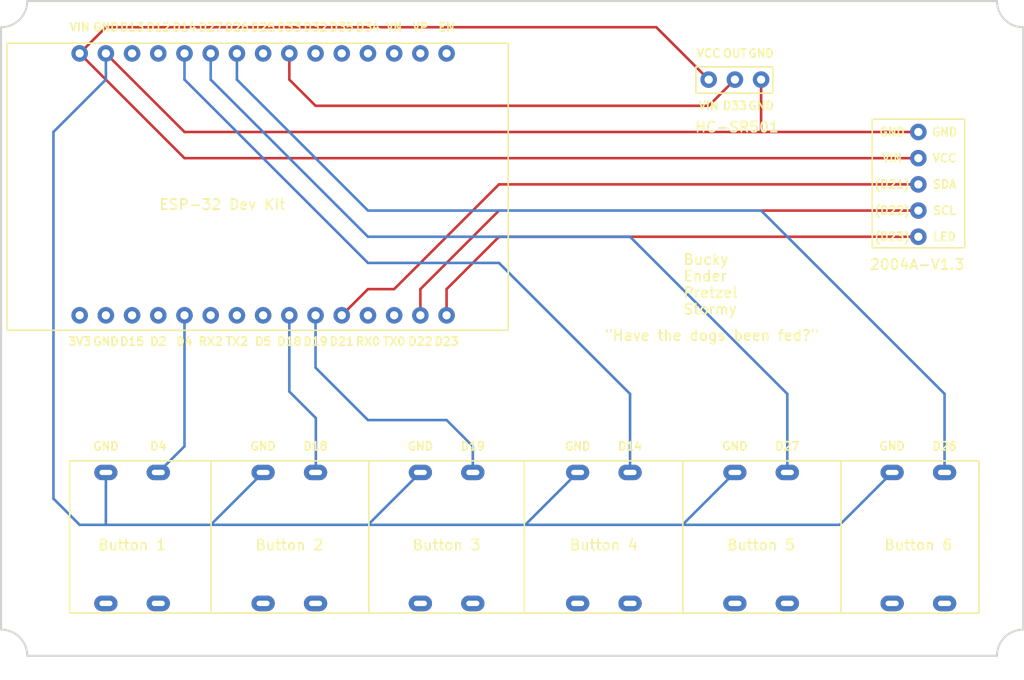
<source format=kicad_pcb>
(kicad_pcb (version 20221018) (generator pcbnew)
  (layers (0 "F.Cu" signal) (31 "B.Cu" signal) (34 "B.Paste" user) (35 "F.Paste" user) (36 "B.SilkS" user "B.Silkscreen") (37 "F.SilkS" user "F.Silkscreen") (38 "B.Mask" user) (39 "F.Mask" user) (44 "Edge.Cuts" user))
  (net 0 "")
  (footprint "Custom Footbrint Library:ButtonPin" (layer "F.Cu") (at 73.66 83.82)
    (fp_text reference " " hide)
    (fp_text value " ")
    (pad "" thru_hole oval (at 0 0 270) (size 1.5 2.25) (drill oval 0.5 1.25) (layers "*.Cu" "*.Mask"))
  )
  (footprint "" (layer "F.Cu") (at 76.2 43.18)
    (fp_text reference "" (at 0 0) (layer "F.SilkS") (effects (font (size 1.27 1.27))))
    (fp_text value "" (at 0 0) (layer "F.SilkS") (effects (font (size 1.27 1.27))))
    (pad "15" thru_hole circle (at 0 0 270) (size 1.6 1.6) (drill 0.8) (layers "*.Cu" "*.Mask"))
  )
  (footprint "" (layer "F.Cu") (at 48.26 68.58)
    (fp_text reference "" (at 0 0) (layer "F.SilkS") (effects (font (size 1.27 1.27))))
    (fp_text value "" (at 0 0) (layer "F.SilkS") (effects (font (size 1.27 1.27))))
    (pad "19" thru_hole circle (at 0 0 270) (size 1.6 1.6) (drill 0.8) (layers "*.Cu" "*.Mask"))
  )
  (footprint "" (layer "F.Cu") (at 58.42 68.58)
    (fp_text reference "" (at 0 0) (layer "F.SilkS") (effects (font (size 1.27 1.27))))
    (fp_text value "" (at 0 0) (layer "F.SilkS") (effects (font (size 1.27 1.27))))
    (pad "23" thru_hole circle (at 0 0 90) (size 1.6 1.6) (drill 0.8) (layers "*.Cu" "*.Mask"))
  )
  (footprint "" (layer "F.Cu") (at 93.98 83.82)
    (fp_text reference "" (at 0 0) (layer "F.SilkS") (effects (font (size 1.27 1.27))))
    (fp_text value "" (at 0 0) (layer "F.SilkS") (effects (font (size 1.27 1.27))))
    (pad "" thru_hole oval (at 0 0 270) (size 1.5 2.25) (drill oval 0.5 1.25) (layers "*.Cu" "*.Mask"))
  )
  (footprint "" (layer "F.Cu") (at 55.88 43.18)
    (fp_text reference "" (at 0 0) (layer "F.SilkS") (effects (font (size 1.27 1.27))))
    (fp_text value "" (at 0 0) (layer "F.SilkS") (effects (font (size 1.27 1.27))))
    (pad "7" thru_hole circle (at 0 0 270) (size 1.6 1.6) (drill 0.8) (layers "*.Cu" "*.Mask"))
  )
  (footprint "" (layer "F.Cu") (at 63.5 83.82)
    (fp_text reference "" (at 0 0) (layer "F.SilkS") (effects (font (size 1.27 1.27))))
    (fp_text value "" (at 0 0) (layer "F.SilkS") (effects (font (size 1.27 1.27))))
    (pad "" thru_hole oval (at 0 0 270) (size 1.5 2.25) (drill oval 0.5 1.25) (layers "*.Cu" "*.Mask"))
  )
  (footprint "" (layer "F.Cu") (at 121.92 50.8)
    (fp_text reference "" (at 0 0) (layer "F.SilkS") (effects (font (size 1.27 1.27))))
    (fp_text value "" (at 0 0) (layer "F.SilkS") (effects (font (size 1.27 1.27))))
    (pad "34" thru_hole circle (at 0 0 270) (size 1.6 1.6) (drill 0.8) (layers "*.Cu" "*.Mask"))
  )
  (footprint "" (layer "F.Cu") (at 104.14 45.72)
    (fp_text reference "" (at 0 0) (layer "F.SilkS") (effects (font (size 1.27 1.27))))
    (fp_text value "" (at 0 0) (layer "F.SilkS") (effects (font (size 1.27 1.27))))
    (pad "32" thru_hole circle (at 0 0 270) (size 1.6 1.6) (drill 0.8) (layers "*.Cu" "*.Mask"))
  )
  (footprint "Custom Footbrint Library:ButtonPin" (layer "F.Cu") (at 109.22 83.82)
    (fp_text reference " " hide)
    (fp_text value " ")
    (pad "" thru_hole oval (at 0 0 270) (size 1.5 2.25) (drill oval 0.5 1.25) (layers "*.Cu" "*.Mask"))
  )
  (footprint "Custom Footbrint Library:ButtonPin" (layer "F.Cu") (at 93.98 96.52)
    (fp_text reference " " hide)
    (fp_text value " ")
    (pad "" thru_hole oval (at 0 0 270) (size 1.5 2.25) (drill oval 0.5 1.25) (layers "*.Cu" "*.Mask"))
  )
  (footprint "" (layer "F.Cu") (at 104.14 96.52)
    (fp_text reference "" (at 0 0) (layer "F.SilkS") (effects (font (size 1.27 1.27))))
    (fp_text value "" (at 0 0) (layer "F.SilkS") (effects (font (size 1.27 1.27))))
    (pad "" thru_hole oval (at 0 0 270) (size 1.5 2.25) (drill oval 0.5 1.25) (layers "*.Cu" "*.Mask"))
  )
  (footprint "" (layer "F.Cu") (at 48.26 83.82)
    (fp_text reference "" (at 0 0) (layer "F.SilkS") (effects (font (size 1.27 1.27))))
    (fp_text value "" (at 0 0) (layer "F.SilkS") (effects (font (size 1.27 1.27))))
    (pad "" thru_hole oval (at 0 0 270) (size 1.5 2.25) (drill oval 0.5 1.25) (layers "*.Cu" "*.Mask"))
  )
  (footprint "" (layer "F.Cu") (at 66.04 43.18)
    (fp_text reference "" (at 0 0) (layer "F.SilkS") (effects (font (size 1.27 1.27))))
    (fp_text value "" (at 0 0) (layer "F.SilkS") (effects (font (size 1.27 1.27))))
    (pad "11" thru_hole circle (at 0 0 270) (size 1.6 1.6) (drill 0.8) (layers "*.Cu" "*.Mask"))
  )
  (footprint "" (layer "F.Cu") (at 45.72 68.58)
    (fp_text reference "" (at 0 0) (layer "F.SilkS") (effects (font (size 1.27 1.27))))
    (fp_text value "" (at 0 0) (layer "F.SilkS") (effects (font (size 1.27 1.27))))
    (pad "18" thru_hole circle (at 0 0 270) (size 1.6 1.6) (drill 0.8) (layers "*.Cu" "*.Mask"))
  )
  (footprint "" (layer "F.Cu") (at 60.96 43.18)
    (fp_text reference "" (at 0 0) (layer "F.SilkS") (effects (font (size 1.27 1.27))))
    (fp_text value "" (at 0 0) (layer "F.SilkS") (effects (font (size 1.27 1.27))))
    (pad "9" thru_hole circle (at 0 0 270) (size 1.6 1.6) (drill 0.8) (layers "*.Cu" "*.Mask"))
  )
  (footprint "" (layer "F.Cu") (at 78.74 83.82)
    (fp_text reference "" (at 0 0) (layer "F.SilkS") (effects (font (size 1.27 1.27))))
    (fp_text value "" (at 0 0) (layer "F.SilkS") (effects (font (size 1.27 1.27))))
    (pad "" thru_hole oval (at 0 0 270) (size 1.5 2.25) (drill oval 0.5 1.25) (layers "*.Cu" "*.Mask"))
  )
  (footprint "Custom Footbrint Library:ButtonPin" (layer "F.Cu") (at 63.5 83.82)
    (fp_text reference " " hide)
    (fp_text value " ")
    (pad "" thru_hole oval (at 0 0 270) (size 1.5 2.25) (drill oval 0.5 1.25) (layers "*.Cu" "*.Mask"))
  )
  (footprint "" (layer "F.Cu") (at 45.72 43.18)
    (fp_text reference "" (at 0 0) (layer "F.SilkS") (effects (font (size 1.27 1.27))))
    (fp_text value "" (at 0 0) (layer "F.SilkS") (effects (font (size 1.27 1.27))))
    (pad "3" thru_hole circle (at 0 0 270) (size 1.6 1.6) (drill 0.8) (layers "*.Cu" "*.Mask"))
  )
  (footprint "" (layer "F.Cu") (at 63.5 68.58)
    (fp_text reference "" (at 0 0) (layer "F.SilkS") (effects (font (size 1.27 1.27))))
    (fp_text value "" (at 0 0) (layer "F.SilkS") (effects (font (size 1.27 1.27))))
    (pad "25" thru_hole circle (at 0 0 90) (size 1.6 1.6) (drill 0.8) (layers "*.Cu" "*.Mask"))
  )
  (footprint "Custom Footbrint Library:ButtonPin" (layer "F.Cu") (at 58.42 96.52)
    (fp_text reference " " hide)
    (fp_text value " ")
    (pad "" thru_hole oval (at 0 0 270) (size 1.5 2.25) (drill oval 0.5 1.25) (layers "*.Cu" "*.Mask"))
  )
  (footprint "" (layer "F.Cu") (at 119.38 96.52)
    (fp_text reference "" (at 0 0) (layer "F.SilkS") (effects (font (size 1.27 1.27))))
    (fp_text value "" (at 0 0) (layer "F.SilkS") (effects (font (size 1.27 1.27))))
    (pad "" thru_hole oval (at 0 0 270) (size 1.5 2.25) (drill oval 0.5 1.25) (layers "*.Cu" "*.Mask"))
  )
  (footprint "" (layer "F.Cu") (at 58.42 43.18)
    (fp_text reference "" (at 0 0) (layer "F.SilkS") (effects (font (size 1.27 1.27))))
    (fp_text value "" (at 0 0) (layer "F.SilkS") (effects (font (size 1.27 1.27))))
    (pad "8" thru_hole circle (at 0 0 270) (size 1.6 1.6) (drill 0.8) (layers "*.Cu" "*.Mask"))
  )
  (footprint "Custom Footbrint Library:ButtonPin" (layer "F.Cu") (at 109.22 96.52)
    (fp_text reference " " hide)
    (fp_text value " ")
    (pad "" thru_hole oval (at 0 0 270) (size 1.5 2.25) (drill oval 0.5 1.25) (layers "*.Cu" "*.Mask"))
  )
  (footprint "" (layer "F.Cu") (at 53.34 68.58)
    (fp_text reference "" (at 0 0) (layer "F.SilkS") (effects (font (size 1.27 1.27))))
    (fp_text value "" (at 0 0) (layer "F.SilkS") (effects (font (size 1.27 1.27))))
    (pad "21" thru_hole circle (at 0 0 90) (size 1.6 1.6) (drill 0.8) (layers "*.Cu" "*.Mask"))
  )
  (footprint "" (layer "F.Cu") (at 50.8 68.58)
    (fp_text reference "" (at 0 0) (layer "F.SilkS") (effects (font (size 1.27 1.27))))
    (fp_text value "" (at 0 0) (layer "F.SilkS") (effects (font (size 1.27 1.27))))
    (pad "20" thru_hole circle (at 0 0 90) (size 1.6 1.6) (drill 0.8) (layers "*.Cu" "*.Mask"))
  )
  (footprint "" (layer "F.Cu") (at 106.68 45.72)
    (fp_text reference "" (at 0 0) (layer "F.SilkS") (effects (font (size 1.27 1.27))))
    (fp_text value "" (at 0 0) (layer "F.SilkS") (effects (font (size 1.27 1.27))))
    (pad "33" thru_hole circle (at 0 0 270) (size 1.6 1.6) (drill 0.8) (layers "*.Cu" "*.Mask"))
  )
  (footprint "Custom Footbrint Library:ButtonPin" (layer "F.Cu") (at 58.42 83.82)
    (fp_text reference " " hide)
    (fp_text value " ")
    (pad "" thru_hole oval (at 0 0 270) (size 1.5 2.25) (drill oval 0.5 1.25) (layers "*.Cu" "*.Mask"))
  )
  (footprint "" (layer "F.Cu") (at 40.64 43.18)
    (fp_text reference "" (at 0 0) (layer "F.SilkS") (effects (font (size 1.27 1.27))))
    (fp_text value "" (at 0 0) (layer "F.SilkS") (effects (font (size 1.27 1.27))))
    (pad "1" thru_hole circle (at 0 0 180) (size 1.6 1.6) (drill 0.8) (layers "*.Cu" "*.Mask"))
  )
  (footprint "Custom Footbrint Library:ButtonPin" (layer "F.Cu") (at 124.46 96.52)
    (fp_text reference " " hide)
    (fp_text value " ")
    (pad "" thru_hole oval (at 0 0 270) (size 1.5 2.25) (drill oval 0.5 1.25) (layers "*.Cu" "*.Mask"))
  )
  (footprint "" (layer "F.Cu") (at 88.9 96.52)
    (fp_text reference "" (at 0 0) (layer "F.SilkS") (effects (font (size 1.27 1.27))))
    (fp_text value "" (at 0 0) (layer "F.SilkS") (effects (font (size 1.27 1.27))))
    (pad "" thru_hole oval (at 0 0 270) (size 1.5 2.25) (drill oval 0.5 1.25) (layers "*.Cu" "*.Mask"))
  )
  (footprint "" (layer "F.Cu") (at 71.12 43.18)
    (fp_text reference "" (at 0 0) (layer "F.SilkS") (effects (font (size 1.27 1.27))))
    (fp_text value "" (at 0 0) (layer "F.SilkS") (effects (font (size 1.27 1.27))))
    (pad "13" thru_hole circle (at 0 0 270) (size 1.6 1.6) (drill 0.8) (layers "*.Cu" "*.Mask"))
  )
  (footprint "" (layer "F.Cu") (at 68.58 68.58)
    (fp_text reference "" (at 0 0) (layer "F.SilkS") (effects (font (size 1.27 1.27))))
    (fp_text value "" (at 0 0) (layer "F.SilkS") (effects (font (size 1.27 1.27))))
    (pad "27" thru_hole circle (at 0 0 90) (size 1.6 1.6) (drill 0.8) (layers "*.Cu" "*.Mask"))
  )
  (footprint "Custom Footbrint Library:ButtonPin" (layer "F.Cu") (at 119.38 83.82)
    (fp_text reference " " hide)
    (fp_text value " ")
    (pad "" thru_hole oval (at 0 0 270) (size 1.5 2.25) (drill oval 0.5 1.25) (layers "*.Cu" "*.Mask"))
  )
  (footprint "" (layer "F.Cu") (at 121.92 60.96)
    (fp_text reference "" (at 0 0) (layer "F.SilkS") (effects (font (size 1.27 1.27))))
    (fp_text value "" (at 0 0) (layer "F.SilkS") (effects (font (size 1.27 1.27))))
    (pad "38" thru_hole circle (at 0 0 270) (size 1.6 1.6) (drill 0.8) (layers "*.Cu" "*.Mask"))
  )
  (footprint "" (layer "F.Cu") (at 63.5 96.52)
    (fp_text reference "" (at 0 0) (layer "F.SilkS") (effects (font (size 1.27 1.27))))
    (fp_text value "" (at 0 0) (layer "F.SilkS") (effects (font (size 1.27 1.27))))
    (pad "" thru_hole oval (at 0 0 270) (size 1.5 2.25) (drill oval 0.5 1.25) (layers "*.Cu" "*.Mask"))
  )
  (footprint "Custom Footbrint Library:ButtonPin" (layer "F.Cu") (at 104.14 96.52)
    (fp_text reference " " hide)
    (fp_text value " ")
    (pad "" thru_hole oval (at 0 0 270) (size 1.5 2.25) (drill oval 0.5 1.25) (layers "*.Cu" "*.Mask"))
  )
  (footprint "" (layer "F.Cu") (at 76.2 68.58)
    (fp_text reference "" (at 0 0) (layer "F.SilkS") (effects (font (size 1.27 1.27))))
    (fp_text value "" (at 0 0) (layer "F.SilkS") (effects (font (size 1.27 1.27))))
    (pad "30" thru_hole circle (at 0 0 90) (size 1.6 1.6) (drill 0.8) (layers "*.Cu" "*.Mask"))
  )
  (footprint "" (layer "F.Cu") (at 43.18 68.58)
    (fp_text reference "" (at 0 0) (layer "F.SilkS") (effects (font (size 1.27 1.27))))
    (fp_text value "" (at 0 0) (layer "F.SilkS") (effects (font (size 1.27 1.27))))
    (pad "17" thru_hole circle (at 0 0 180) (size 1.6 1.6) (drill 0.8) (layers "*.Cu" "*.Mask"))
  )
  (footprint "" (layer "F.Cu") (at 43.18 43.18)
    (fp_text reference "" (at 0 0) (layer "F.SilkS") (effects (font (size 1.27 1.27))))
    (fp_text value "" (at 0 0) (layer "F.SilkS") (effects (font (size 1.27 1.27))))
    (pad "2" thru_hole circle (at 0 0 180) (size 1.6 1.6) (drill 0.8) (layers "*.Cu" "*.Mask"))
  )
  (footprint "" (layer "F.Cu") (at 73.66 68.58)
    (fp_text reference "" (at 0 0) (layer "F.SilkS") (effects (font (size 1.27 1.27))))
    (fp_text value "" (at 0 0) (layer "F.SilkS") (effects (font (size 1.27 1.27))))
    (pad "29" thru_hole circle (at 0 0 90) (size 1.6 1.6) (drill 0.8) (layers "*.Cu" "*.Mask"))
  )
  (footprint "" (layer "F.Cu") (at 73.66 43.18)
    (fp_text reference "" (at 0 0) (layer "F.SilkS") (effects (font (size 1.27 1.27))))
    (fp_text value "" (at 0 0) (layer "F.SilkS") (effects (font (size 1.27 1.27))))
    (pad "14" thru_hole circle (at 0 0 270) (size 1.6 1.6) (drill 0.8) (layers "*.Cu" "*.Mask"))
  )
  (footprint "Custom Footbrint Library:ButtonPin" (layer "F.Cu") (at 88.9 96.52)
    (fp_text reference " " hide)
    (fp_text value " ")
    (pad "" thru_hole oval (at 0 0 270) (size 1.5 2.25) (drill oval 0.5 1.25) (layers "*.Cu" "*.Mask"))
  )
  (footprint "" (layer "F.Cu") (at 124.46 96.52)
    (fp_text reference "" (at 0 0) (layer "F.SilkS") (effects (font (size 1.27 1.27))))
    (fp_text value "" (at 0 0) (layer "F.SilkS") (effects (font (size 1.27 1.27))))
    (pad "" thru_hole oval (at 0 0 270) (size 1.5 2.25) (drill oval 0.5 1.25) (layers "*.Cu" "*.Mask"))
  )
  (footprint "" (layer "F.Cu") (at 93.98 96.52)
    (fp_text reference "" (at 0 0) (layer "F.SilkS") (effects (font (size 1.27 1.27))))
    (fp_text value "" (at 0 0) (layer "F.SilkS") (effects (font (size 1.27 1.27))))
    (pad "" thru_hole oval (at 0 0 270) (size 1.5 2.25) (drill oval 0.5 1.25) (layers "*.Cu" "*.Mask"))
  )
  (footprint "" (layer "F.Cu") (at 55.88 68.58)
    (fp_text reference "" (at 0 0) (layer "F.SilkS") (effects (font (size 1.27 1.27))))
    (fp_text value "" (at 0 0) (layer "F.SilkS") (effects (font (size 1.27 1.27))))
    (pad "22" thru_hole circle (at 0 0 90) (size 1.6 1.6) (drill 0.8) (layers "*.Cu" "*.Mask"))
  )
  (footprint "Custom Footbrint Library:ButtonPin" (layer "F.Cu") (at 78.74 96.52)
    (fp_text reference " " hide)
    (fp_text value " ")
    (pad "" thru_hole oval (at 0 0 270) (size 1.5 2.25) (drill oval 0.5 1.25) (layers "*.Cu" "*.Mask"))
  )
  (footprint "" (layer "F.Cu") (at 48.26 96.52)
    (fp_text reference "" (at 0 0) (layer "F.SilkS") (effects (font (size 1.27 1.27))))
    (fp_text value "" (at 0 0) (layer "F.SilkS") (effects (font (size 1.27 1.27))))
    (pad "" thru_hole oval (at 0 0 270) (size 1.5 2.25) (drill oval 0.5 1.25) (layers "*.Cu" "*.Mask"))
  )
  (footprint "" (layer "F.Cu") (at 121.92 58.42)
    (fp_text reference "" (at 0 0) (layer "F.SilkS") (effects (font (size 1.27 1.27))))
    (fp_text value "" (at 0 0) (layer "F.SilkS") (effects (font (size 1.27 1.27))))
    (pad "37" thru_hole circle (at 0 0 270) (size 1.6 1.6) (drill 0.8) (layers "*.Cu" "*.Mask"))
  )
  (footprint "" (layer "F.Cu") (at 66.04 68.58)
    (fp_text reference "" (at 0 0) (layer "F.SilkS") (effects (font (size 1.27 1.27))))
    (fp_text value "" (at 0 0) (layer "F.SilkS") (effects (font (size 1.27 1.27))))
    (pad "26" thru_hole circle (at 0 0 90) (size 1.6 1.6) (drill 0.8) (layers "*.Cu" "*.Mask"))
  )
  (footprint "" (layer "F.Cu") (at 121.92 53.34)
    (fp_text reference "" (at 0 0) (layer "F.SilkS") (effects (font (size 1.27 1.27))))
    (fp_text value "" (at 0 0) (layer "F.SilkS") (effects (font (size 1.27 1.27))))
    (pad "35" thru_hole circle (at 0 0 270) (size 1.6 1.6) (drill 0.8) (layers "*.Cu" "*.Mask"))
  )
  (footprint "Custom Footbrint Library:ButtonPin" (layer "F.Cu") (at 78.74 83.82)
    (fp_text reference " " hide)
    (fp_text value " ")
    (pad "" thru_hole oval (at 0 0 270) (size 1.5 2.25) (drill oval 0.5 1.25) (layers "*.Cu" "*.Mask"))
  )
  (footprint "" (layer "F.Cu") (at 101.6 45.72)
    (fp_text reference "" (at 0 0) (layer "F.SilkS") (effects (font (size 1.27 1.27))))
    (fp_text value "" (at 0 0) (layer "F.SilkS") (effects (font (size 1.27 1.27))))
    (pad "31" thru_hole circle (at 0 0 270) (size 1.6 1.6) (drill 0.8) (layers "*.Cu" "*.Mask"))
  )
  (footprint "" (layer "F.Cu") (at 58.42 96.52)
    (fp_text reference "" (at 0 0) (layer "F.SilkS") (effects (font (size 1.27 1.27))))
    (fp_text value "" (at 0 0) (layer "F.SilkS") (effects (font (size 1.27 1.27))))
    (pad "" thru_hole oval (at 0 0 270) (size 1.5 2.25) (drill oval 0.5 1.25) (layers "*.Cu" "*.Mask"))
  )
  (footprint "Custom Footbrint Library:ButtonPin" (layer "F.Cu") (at 88.9 83.82)
    (fp_text reference " " hide)
    (fp_text value " ")
    (pad "" thru_hole oval (at 0 0 270) (size 1.5 2.25) (drill oval 0.5 1.25) (layers "*.Cu" "*.Mask"))
  )
  (footprint "" (layer "F.Cu") (at 43.18 96.52)
    (fp_text reference "" (at 0 0) (layer "F.SilkS") (effects (font (size 1.27 1.27))))
    (fp_text value "" (at 0 0) (layer "F.SilkS") (effects (font (size 1.27 1.27))))
    (pad "" thru_hole oval (at 0 0 270) (size 1.5 2.25) (drill oval 0.5 1.25) (layers "*.Cu" "*.Mask"))
  )
  (footprint "" (layer "F.Cu") (at 48.26 43.18)
    (fp_text reference "" (at 0 0) (layer "F.SilkS") (effects (font (size 1.27 1.27))))
    (fp_text value "" (at 0 0) (layer "F.SilkS") (effects (font (size 1.27 1.27))))
    (pad "4" thru_hole circle (at 0 0 270) (size 1.6 1.6) (drill 0.8) (layers "*.Cu" "*.Mask"))
  )
  (footprint "" (layer "F.Cu") (at 109.22 83.82)
    (fp_text reference "" (at 0 0) (layer "F.SilkS") (effects (font (size 1.27 1.27))))
    (fp_text value "" (at 0 0) (layer "F.SilkS") (effects (font (size 1.27 1.27))))
    (pad "" thru_hole oval (at 0 0 270) (size 1.5 2.25) (drill oval 0.5 1.25) (layers "*.Cu" "*.Mask"))
  )
  (footprint "" (layer "F.Cu") (at 63.5 43.18)
    (fp_text reference "" (at 0 0) (layer "F.SilkS") (effects (font (size 1.27 1.27))))
    (fp_text value "" (at 0 0) (layer "F.SilkS") (effects (font (size 1.27 1.27))))
    (pad "10" thru_hole circle (at 0 0 270) (size 1.6 1.6) (drill 0.8) (layers "*.Cu" "*.Mask"))
  )
  (footprint "" (layer "F.Cu") (at 124.46 83.82)
    (fp_text reference "" (at 0 0) (layer "F.SilkS") (effects (font (size 1.27 1.27))))
    (fp_text value "" (at 0 0) (layer "F.SilkS") (effects (font (size 1.27 1.27))))
    (pad "" thru_hole oval (at 0 0 270) (size 1.5 2.25) (drill oval 0.5 1.25) (layers "*.Cu" "*.Mask"))
  )
  (footprint "" (layer "F.Cu") (at 40.64 68.58)
    (fp_text reference "" (at 0 0) (layer "F.SilkS") (effects (font (size 1.27 1.27))))
    (fp_text value "" (at 0 0) (layer "F.SilkS") (effects (font (size 1.27 1.27))))
    (pad "16" thru_hole circle (at 0 0 180) (size 1.6 1.6) (drill 0.8) (layers "*.Cu" "*.Mask"))
  )
  (footprint "" (layer "F.Cu") (at 109.22 96.52)
    (fp_text reference "" (at 0 0) (layer "F.SilkS") (effects (font (size 1.27 1.27))))
    (fp_text value "" (at 0 0) (layer "F.SilkS") (effects (font (size 1.27 1.27))))
    (pad "" thru_hole oval (at 0 0 270) (size 1.5 2.25) (drill oval 0.5 1.25) (layers "*.Cu" "*.Mask"))
  )
  (footprint "Custom Footbrint Library:ButtonPin" (layer "F.Cu") (at 48.26 83.82)
    (fp_text reference " " hide)
    (fp_text value " ")
    (pad "" thru_hole oval (at 0 0 270) (size 1.5 2.25) (drill oval 0.5 1.25) (layers "*.Cu" "*.Mask"))
  )
  (footprint "" (layer "F.Cu") (at 121.92 55.88)
    (fp_text reference "" (at 0 0) (layer "F.SilkS") (effects (font (size 1.27 1.27))))
    (fp_text value "" (at 0 0) (layer "F.SilkS") (effects (font (size 1.27 1.27))))
    (pad "36" thru_hole circle (at 0 0 270) (size 1.6 1.6) (drill 0.8) (layers "*.Cu" "*.Mask"))
  )
  (footprint "Custom Footbrint Library:ButtonPin" (layer "F.Cu") (at 73.66 96.52)
    (fp_text reference " " hide)
    (fp_text value " ")
    (pad "" thru_hole oval (at 0 0 270) (size 1.5 2.25) (drill oval 0.5 1.25) (layers "*.Cu" "*.Mask"))
  )
  (footprint "" (layer "F.Cu") (at 60.96 68.58)
    (fp_text reference "" (at 0 0) (layer "F.SilkS") (effects (font (size 1.27 1.27))))
    (fp_text value "" (at 0 0) (layer "F.SilkS") (effects (font (size 1.27 1.27))))
    (pad "24" thru_hole circle (at 0 0 90) (size 1.6 1.6) (drill 0.8) (layers "*.Cu" "*.Mask"))
  )
  (footprint "Custom Footbrint Library:ButtonPin" (layer "F.Cu") (at 43.18 96.52)
    (fp_text reference " " hide)
    (fp_text value " ")
    (pad "" thru_hole oval (at 0 0 270) (size 1.5 2.25) (drill oval 0.5 1.25) (layers "*.Cu" "*.Mask"))
  )
  (footprint "Custom Footbrint Library:ButtonPin" (layer "F.Cu") (at 63.5 96.52)
    (fp_text reference " " hide)
    (fp_text value " ")
    (pad "" thru_hole oval (at 0 0 270) (size 1.5 2.25) (drill oval 0.5 1.25) (layers "*.Cu" "*.Mask"))
  )
  (footprint "" (layer "F.Cu") (at 73.66 96.52)
    (fp_text reference "" (at 0 0) (layer "F.SilkS") (effects (font (size 1.27 1.27))))
    (fp_text value "" (at 0 0) (layer "F.SilkS") (effects (font (size 1.27 1.27))))
    (pad "" thru_hole oval (at 0 0 270) (size 1.5 2.25) (drill oval 0.5 1.25) (layers "*.Cu" "*.Mask"))
  )
  (footprint "" (layer "F.Cu") (at 53.34 43.18)
    (fp_text reference "" (at 0 0) (layer "F.SilkS") (effects (font (size 1.27 1.27))))
    (fp_text value "" (at 0 0) (layer "F.SilkS") (effects (font (size 1.27 1.27))))
    (pad "6" thru_hole circle (at 0 0 270) (size 1.6 1.6) (drill 0.8) (layers "*.Cu" "*.Mask"))
  )
  (footprint "Custom Footbrint Library:ButtonPin" (layer "F.Cu") (at 119.38 96.52)
    (fp_text reference " " hide)
    (fp_text value " ")
    (pad "" thru_hole oval (at 0 0 270) (size 1.5 2.25) (drill oval 0.5 1.25) (layers "*.Cu" "*.Mask"))
  )
  (footprint "Custom Footbrint Library:ButtonPin" (layer "F.Cu") (at 48.26 96.52)
    (fp_text reference " " hide)
    (fp_text value " ")
    (pad "" thru_hole oval (at 0 0 270) (size 1.5 2.25) (drill oval 0.5 1.25) (layers "*.Cu" "*.Mask"))
  )
  (footprint "Custom Footbrint Library:ButtonPin" (layer "F.Cu") (at 124.46 83.82)
    (fp_text reference " " hide)
    (fp_text value " ")
    (pad "" thru_hole oval (at 0 0 270) (size 1.5 2.25) (drill oval 0.5 1.25) (layers "*.Cu" "*.Mask"))
  )
  (footprint "Custom Footbrint Library:ButtonPin" (layer "F.Cu") (at 93.98 83.82)
    (fp_text reference " " hide)
    (fp_text value " ")
    (pad "" thru_hole oval (at 0 0 270) (size 1.5 2.25) (drill oval 0.5 1.25) (layers "*.Cu" "*.Mask"))
  )
  (footprint "" (layer "F.Cu") (at 50.8 43.18)
    (fp_text reference "" (at 0 0) (layer "F.SilkS") (effects (font (size 1.27 1.27))))
    (fp_text value "" (at 0 0) (layer "F.SilkS") (effects (font (size 1.27 1.27))))
    (pad "5" thru_hole circle (at 0 0 270) (size 1.6 1.6) (drill 0.8) (layers "*.Cu" "*.Mask"))
  )
  (footprint "" (layer "F.Cu") (at 78.74 96.52)
    (fp_text reference "" (at 0 0) (layer "F.SilkS") (effects (font (size 1.27 1.27))))
    (fp_text value "" (at 0 0) (layer "F.SilkS") (effects (font (size 1.27 1.27))))
    (pad "" thru_hole oval (at 0 0 270) (size 1.5 2.25) (drill oval 0.5 1.25) (layers "*.Cu" "*.Mask"))
  )
  (footprint "" (layer "F.Cu") (at 71.12 68.58)
    (fp_text reference "" (at 0 0) (layer "F.SilkS") (effects (font (size 1.27 1.27))))
    (fp_text value "" (at 0 0) (layer "F.SilkS") (effects (font (size 1.27 1.27))))
    (pad "28" thru_hole circle (at 0 0 90) (size 1.6 1.6) (drill 0.8) (layers "*.Cu" "*.Mask"))
  )
  (footprint "Custom Footbrint Library:ButtonPin" (layer "F.Cu") (at 43.18 83.82)
    (fp_text reference " " hide)
    (fp_text value " ")
    (pad "" thru_hole oval (at 0 0 270) (size 1.5 2.25) (drill oval 0.5 1.25) (layers "*.Cu" "*.Mask"))
  )
  (footprint "" (layer "F.Cu") (at 68.58 43.18)
    (fp_text reference "" (at 0 0) (layer "F.SilkS") (effects (font (size 1.27 1.27))))
    (fp_text value "" (at 0 0) (layer "F.SilkS") (effects (font (size 1.27 1.27))))
    (pad "12" thru_hole circle (at 0 0 270) (size 1.6 1.6) (drill 0.8) (layers "*.Cu" "*.Mask"))
  )
  (footprint "Custom Footbrint Library:ButtonPin" (layer "F.Cu") (at 104.14 83.82)
    (fp_text reference " " hide)
    (fp_text value " ")
    (pad "" thru_hole oval (at 0 0 270) (size 1.5 2.25) (drill oval 0.5 1.25) (layers "*.Cu" "*.Mask"))
  )
  (gr_line (start 68.665624 82.696845) (end 68.665624 97.442777) (stroke (width 0.15)) (layer "F.SilkS"))
  (gr_rect (start 117.452859 49.560203) (end 126.41998 62.032652) (stroke (width 0.15)) (fill none) (layer "F.SilkS"))
  (gr_rect (start 33.592839 42.189713) (end 82.169011 70.029231) (stroke (width 0.15)) (fill none) (layer "F.SilkS"))
  (gr_rect (start 100.364308 44.484308) (end 107.809735 47.038579) (stroke (width 0.15)) (fill none) (layer "F.SilkS"))
  (gr_line (start 99.099488 82.733075) (end 99.099488 97.479007) (stroke (width 0.15)) (layer "F.SilkS"))
  (gr_line (start 39.671153 82.695737) (end 39.671153 97.450726) (stroke (width 0.15)) (layer "F.SilkS"))
  (gr_line (start 53.37623 82.696845) (end 53.37623 97.442777) (stroke (width 0.15)) (layer "F.SilkS"))
  (gr_line (start 83.733832 82.713852) (end 83.733832 97.459784) (stroke (width 0.15)) (layer "F.SilkS"))
  (gr_line (start 39.671153 82.695737) (end 127.793493 82.695737) (stroke (width 0.15)) (layer "F.SilkS"))
  (gr_line (start 39.671153 97.450726) (end 127.796511 97.468841) (stroke (width 0.15)) (layer "F.SilkS"))
  (gr_line (start 114.425112 82.696845) (end 114.425112 97.442777) (stroke (width 0.15)) (layer "F.SilkS"))
  (gr_line (start 127.793493 82.695737) (end 127.796511 97.468841) (stroke (width 0.15)) (layer "F.SilkS"))
  (gr_arc (start 33.02 99.06) (mid 34.816051 99.803949) (end 35.56 101.6) (stroke (width 0.2)) (layer "Edge.Cuts"))
  (gr_line (start 35.56 38.1) (end 129.54 38.1) (stroke (width 0.2)) (layer "Edge.Cuts"))
  (gr_line (start 132.08 40.64) (end 132.08 99.06) (stroke (width 0.2)) (layer "Edge.Cuts"))
  (gr_arc (start 132.08 40.64) (mid 130.283949 39.896051) (end 129.54 38.1) (stroke (width 0.2)) (layer "Edge.Cuts"))
  (gr_arc (start 129.54 101.6) (mid 130.283949 99.803949) (end 132.08 99.06) (stroke (width 0.2)) (layer "Edge.Cuts"))
  (gr_line (start 33.02 40.64) (end 33.02 99.06) (stroke (width 0.2)) (layer "Edge.Cuts"))
  (gr_arc (start 35.56 38.1) (mid 34.816051 39.896051) (end 33.02 40.64) (stroke (width 0.2)) (layer "Edge.Cuts"))
  (gr_line (start 35.56 101.6) (end 129.54 101.6) (stroke (width 0.2)) (layer "Edge.Cuts"))
  (gr_text "GND" (at 43.18 71.12) (layer "F.SilkS") (effects (font (size 0.8 0.8) (thickness 0.16) bold)))
  (gr_text "D22" (at 73.66 71.12) (layer "F.SilkS") (effects (font (size 0.8 0.8) (thickness 0.16) bold)))
  (gr_text "D15" (at 45.72 71.12) (layer "F.SilkS") (effects (font (size 0.8 0.8) (thickness 0.16) bold)))
  (gr_text "D35" (at 66.04 40.64) (layer "F.SilkS") (effects (font (size 0.8 0.8) (thickness 0.16) bold)))
  (gr_text "D26" (at 124.46 81.28) (layer "F.SilkS") (effects (font (size 0.8 0.8) (thickness 0.16) bold)))
  (gr_text "D23" (at 76.2 71.12) (layer "F.SilkS") (effects (font (size 0.8 0.8) (thickness 0.16) bold)))
  (gr_text "D12" (at 48.26 40.64) (layer "F.SilkS") (effects (font (size 0.8 0.8) (thickness 0.16) bold)))
  (gr_text "(D22)" (at 119.38 58.42) (layer "F.SilkS") (effects (font (size 0.8 0.8) (thickness 0.16) bold)))
  (gr_text "D25" (at 58.42 40.64) (layer "F.SilkS") (effects (font (size 0.8 0.8) (thickness 0.16) bold)))
  (gr_text "ESP-32 Dev Kit" (at 48.26 58.42) (layer "F.SilkS") (effects (font (size 1 1) (thickness 0.16) bold) (justify left bottom)))
  (gr_text "Button 6" (at 121.92 91.44) (layer "F.SilkS") (effects (font (size 1 1) (thickness 0.16) bold) (justify bottom)))
  (gr_text "GND" (at 58.42 81.28) (layer "F.SilkS") (effects (font (size 0.8 0.8) (thickness 0.16) bold)))
  (gr_text "VIN" (at 119.38 53.34) (layer "F.SilkS") (effects (font (size 0.8 0.8) (thickness 0.16) bold)))
  (gr_text "GND" (at 104.14 81.28) (layer "F.SilkS") (effects (font (size 0.8 0.8) (thickness 0.16) bold)))
  (gr_text "VN" (at 71.12 40.64) (layer "F.SilkS") (effects (font (size 0.8 0.8) (thickness 0.16) bold)))
  (gr_text "RX2" (at 53.34 71.12) (layer "F.SilkS") (effects (font (size 0.8 0.8) (thickness 0.16) bold)))
  (gr_text "D33" (at 104.14 48.26) (layer "F.SilkS") (effects (font (size 0.8 0.8) (thickness 0.16) bold)))
  (gr_text "LED" (at 124.46 60.96) (layer "F.SilkS") (effects (font (size 0.8 0.8) (thickness 0.16) bold)))
  (gr_text "D2" (at 48.26 71.12) (layer "F.SilkS") (effects (font (size 0.8 0.8) (thickness 0.16) bold)))
  (gr_text "D14" (at 93.98 81.28) (layer "F.SilkS") (effects (font (size 0.8 0.8) (thickness 0.16) bold)))
  (gr_text "(D21)\n" (at 119.38 55.88) (layer "F.SilkS") (effects (font (size 0.8 0.8) (thickness 0.16) bold)))
  (gr_text "D19" (at 63.5 71.12) (layer "F.SilkS") (effects (font (size 0.8 0.8) (thickness 0.16) bold)))
  (gr_text "VP" (at 73.66 40.64) (layer "F.SilkS") (effects (font (size 0.8 0.8) (thickness 0.16) bold)))
  (gr_text "GND" (at 73.66 81.28) (layer "F.SilkS") (effects (font (size 0.8 0.8) (thickness 0.16) bold)))
  (gr_text "D34" (at 68.58 40.64) (layer "F.SilkS") (effects (font (size 0.8 0.8) (thickness 0.16) bold)))
  (gr_text "GND" (at 88.9 81.28) (layer "F.SilkS") (effects (font (size 0.8 0.8) (thickness 0.16) bold)))
  (gr_text "GND" (at 106.68 48.26) (layer "F.SilkS") (effects (font (size 0.8 0.8) (thickness 0.16) bold)))
  (gr_text "GND" (at 43.18 81.28) (layer "F.SilkS") (effects (font (size 0.8 0.8) (thickness 0.16) bold)))
  (gr_text "Button 1" (at 45.72 91.44) (layer "F.SilkS") (effects (font (size 1 1) (thickness 0.16) bold) (justify bottom)))
  (gr_text "Button 4" (at 91.44 91.44) (layer "F.SilkS") (effects (font (size 1 1) (thickness 0.16) bold) (justify bottom)))
  (gr_text "TX2" (at 55.88 71.12) (layer "F.SilkS") (effects (font (size 0.8 0.8) (thickness 0.16) bold)))
  (gr_text "GND" (at 119.38 50.8) (layer "F.SilkS") (effects (font (size 0.8 0.8) (thickness 0.16) bold)))
  (gr_text "D27" (at 109.22 81.28) (layer "F.SilkS") (effects (font (size 0.8 0.8) (thickness 0.16) bold)))
  (gr_text "D14" (at 50.8 40.64) (layer "F.SilkS") (effects (font (size 0.8 0.8) (thickness 0.16) bold)))
  (gr_text "SDA" (at 124.46 55.88) (layer "F.SilkS") (effects (font (size 0.8 0.8) (thickness 0.16) bold)))
  (gr_text "GND" (at 106.68 43.18) (layer "F.SilkS") (effects (font (size 0.8 0.8) (thickness 0.16) bold)))
  (gr_text "D13" (at 45.72 40.64) (layer "F.SilkS") (effects (font (size 0.8 0.8) (thickness 0.16) bold)))
  (gr_text "VIN" (at 101.6 48.26) (layer "F.SilkS") (effects (font (size 0.8 0.8) (thickness 0.16) bold)))
  (gr_text "D4" (at 48.26 81.28) (layer "F.SilkS") (effects (font (size 0.8 0.8) (thickness 0.16) bold)))
  (gr_text "SCL" (at 124.46 58.42) (layer "F.SilkS") (effects (font (size 0.8 0.8) (thickness 0.16) bold)))
  (gr_text "Button 3" (at 76.2 91.44) (layer "F.SilkS") (effects (font (size 1 1) (thickness 0.16) bold) (justify bottom)))
  (gr_text "2004A-V1.3" (at 117.126782 64.233673) (layer "F.SilkS") (effects (font (size 1 1) (thickness 0.16) bold) (justify left bottom)))
  (gr_text "D33" (at 60.96 40.64) (layer "F.SilkS") (effects (font (size 0.8 0.8) (thickness 0.16) bold)))
  (gr_text "GND" (at 124.46 50.8) (layer "F.SilkS") (effects (font (size 0.8 0.8) (thickness 0.16) bold)))
  (gr_text "GND" (at 43.18 40.64) (layer "F.SilkS") (effects (font (size 0.8 0.8) (thickness 0.16) bold)))
  (gr_text "D5" (at 58.42 71.12) (layer "F.SilkS") (effects (font (size 0.8 0.8) (thickness 0.16) bold)))
  (gr_text "Bucky\nEnder\nPretzel\nStormy" (at 99.06 68.58) (layer "F.SilkS") (effects (font (size 1 1) (thickness 0.16) bold) (justify left bottom)))
  (gr_text "VIN" (at 40.64 40.64) (layer "F.SilkS") (effects (font (size 0.8 0.8) (thickness 0.16) bold)))
  (gr_text "(D23)" (at 119.38 60.96) (layer "F.SilkS") (effects (font (size 0.8 0.8) (thickness 0.16) bold)))
  (gr_text "OUT\n" (at 104.14 43.18) (layer "F.SilkS") (effects (font (size 0.8 0.8) (thickness 0.16) bold)))
  (gr_text "Button 2" (at 60.96 91.44) (layer "F.SilkS") (effects (font (size 1 1) (thickness 0.16) bold) (justify bottom)))
  (gr_text "D19" (at 78.74 81.28) (layer "F.SilkS") (effects (font (size 0.8 0.8) (thickness 0.16) bold)))
  (gr_text "D4" (at 50.8 71.12) (layer "F.SilkS") (effects (font (size 0.8 0.8) (thickness 0.16) bold)))
  (gr_text "GND" (at 119.38 81.28) (layer "F.SilkS") (effects (font (size 0.8 0.8) (thickness 0.16) bold)))
  (gr_text "VCC" (at 124.46 53.34) (layer "F.SilkS") (effects (font (size 0.8 0.8) (thickness 0.16) bold)))
  (gr_text "TX0" (at 71.12 71.12) (layer "F.SilkS") (effects (font (size 0.8 0.8) (thickness 0.16) bold)))
  (gr_text "D32" (at 63.5 40.64) (layer "F.SilkS") (effects (font (size 0.8 0.8) (thickness 0.16) bold)))
  (gr_text "D18" (at 60.96 71.12) (layer "F.SilkS") (effects (font (size 0.8 0.8) (thickness 0.16) bold)))
  (gr_text "Button 5" (at 106.68 91.44) (layer "F.SilkS") (effects (font (size 1 1) (thickness 0.16) bold) (justify bottom)))
  (gr_text "RX0" (at 68.58 71.12) (layer "F.SilkS") (effects (font (size 0.8 0.8) (thickness 0.16) bold)))
  (gr_text "HC-SR501" (at 100.186397 50.911429) (layer "F.SilkS") (effects (font (size 1 1) (thickness 0.16) bold) (justify left bottom)))
  (gr_text "VCC" (at 101.6 43.18) (layer "F.SilkS") (effects (font (size 0.8 0.8) (thickness 0.16) bold)))
  (gr_text "D21" (at 66.04 71.12) (layer "F.SilkS") (effects (font (size 0.8 0.8) (thickness 0.16) bold)))
  (gr_text "D26" (at 55.88 40.64) (layer "F.SilkS") (effects (font (size 0.8 0.8) (thickness 0.16) bold)))
  (gr_text "EN" (at 76.2 40.64) (layer "F.SilkS") (effects (font (size 0.8 0.8) (thickness 0.16) bold)))
  (gr_text "{dblquote}Have the dogs been fed?{dblquote}" (at 91.44 71.12) (layer "F.SilkS") (effects (font (size 1 1) (thickness 0.16) bold) (justify left bottom)))
  (gr_text "D18" (at 63.5 81.28) (layer "F.SilkS") (effects (font (size 0.8 0.8) (thickness 0.16) bold)))
  (gr_text "3V3" (at 40.64 71.12) (layer "F.SilkS") (effects (font (size 0.8 0.8) (thickness 0.16) bold)))
  (gr_text "D27" (at 53.34 40.64) (layer "F.SilkS") (effects (font (size 0.8 0.8) (thickness 0.16) bold)))
  (segment (start 60.96 45.72) (end 63.5 48.26) (width 0.25) (layer "F.Cu") (net 0))
  (segment (start 63.5 48.26) (end 101.6 48.26) (width 0.25) (layer "F.Cu") (net 0))
  (segment (start 121.92 60.96) (end 81.28 60.96) (width 0.25) (layer "F.Cu") (net 0))
  (segment (start 40.64 43.18) (end 43.18 40.64) (width 0.25) (layer "F.Cu") (net 0))
  (segment (start 121.92 53.34) (end 50.8 53.34) (width 0.25) (layer "F.Cu") (net 0))
  (segment (start 73.66 68.58) (end 73.66 66.04) (width 0.25) (layer "F.Cu") (net 0))
  (segment (start 81.28 58.42) (end 121.92 58.42) (width 0.25) (layer "F.Cu") (net 0))
  (segment (start 50.8 53.34) (end 40.64 43.18) (width 0.25) (layer "F.Cu") (net 0))
  (segment (start 71.12 66.04) (end 81.28 55.88) (width 0.25) (layer "F.Cu") (net 0))
  (segment (start 43.18 40.64) (end 96.52 40.64) (width 0.25) (layer "F.Cu") (net 0))
  (segment (start 81.28 55.88) (end 121.92 55.88) (width 0.25) (layer "F.Cu") (net 0))
  (segment (start 76.2 66.04) (end 76.2 68.58) (width 0.25) (layer "F.Cu") (net 0))
  (segment (start 68.58 66.04) (end 71.12 66.04) (width 0.25) (layer "F.Cu") (net 0))
  (segment (start 81.28 60.96) (end 76.2 66.04) (width 0.25) (layer "F.Cu") (net 0))
  (segment (start 101.6 48.26) (end 104.14 45.72) (width 0.25) (layer "F.Cu") (net 0))
  (segment (start 106.68 50.8) (end 121.92 50.8) (width 0.25) (layer "F.Cu") (net 0))
  (segment (start 50.8 50.8) (end 106.68 50.8) (width 0.25) (layer "F.Cu") (net 0))
  (segment (start 106.68 50.8) (end 106.68 45.72) (width 0.25) (layer "F.Cu") (net 0))
  (segment (start 73.66 66.04) (end 81.28 58.42) (width 0.25) (layer "F.Cu") (net 0))
  (segment (start 96.52 40.64) (end 101.6 45.72) (width 0.25) (layer "F.Cu") (net 0))
  (segment (start 43.18 43.18) (end 50.8 50.8) (width 0.25) (layer "F.Cu") (net 0))
  (segment (start 60.96 43.18) (end 60.96 45.72) (width 0.25) (layer "F.Cu") (net 0))
  (segment (start 68.58 66.04) (end 66.04 68.58) (width 0.25) (layer "F.Cu") (net 0))
  (segment (start 93.98 76.2) (end 93.98 83.82) (width 0.25) (layer "B.Cu") (net 0))
  (segment (start 124.46 76.2) (end 124.46 83.82) (width 0.25) (layer "B.Cu") (net 0))
  (segment (start 38.1 86.36) (end 40.64 88.9) (width 0.25) (layer "B.Cu") (net 0))
  (segment (start 63.5 73.66) (end 68.58 78.74) (width 0.25) (layer "B.Cu") (net 0))
  (segment (start 43.18 43.18) (end 43.18 45.72) (width 0.25) (layer "B.Cu") (net 0))
  (segment (start 55.88 45.72) (end 55.88 43.18) (width 0.25) (layer "B.Cu") (net 0))
  (segment (start 68.58 58.42) (end 55.88 45.72) (width 0.25) (layer "B.Cu") (net 0))
  (segment (start 43.18 88.9) (end 43.18 83.82) (width 0.25) (layer "B.Cu") (net 0))
  (segment (start 53.34 88.9) (end 68.58 88.9) (width 0.25) (layer "B.Cu") (net 0))
  (segment (start 104.14 83.82) (end 99.06 88.9) (width 0.25) (layer "B.Cu") (net 0))
  (segment (start 68.58 60.96) (end 53.34 45.72) (width 0.25) (layer "B.Cu") (net 0))
  (segment (start 50.8 45.72) (end 50.8 43.18) (width 0.25) (layer "B.Cu") (net 0))
  (segment (start 50.8 68.58) (end 50.8 81.28) (width 0.25) (layer "B.Cu") (net 0))
  (segment (start 68.58 63.5) (end 50.8 45.72) (width 0.25) (layer "B.Cu") (net 0))
  (segment (start 60.96 68.58) (end 60.96 75.976554) (width 0.25) (layer "B.Cu") (net 0))
  (segment (start 78.74 81.28) (end 78.74 83.82) (width 0.25) (layer "B.Cu") (net 0))
  (segment (start 68.58 88.9) (end 83.82 88.9) (width 0.25) (layer "B.Cu") (net 0))
  (segment (start 88.9 83.82) (end 83.82 88.9) (width 0.25) (layer "B.Cu") (net 0))
  (segment (start 109.22 76.2) (end 109.22 83.82) (width 0.25) (layer "B.Cu") (net 0))
  (segment (start 106.68 58.42) (end 124.46 76.2) (width 0.25) (layer "B.Cu") (net 0))
  (segment (start 63.5 71.12) (end 63.5 73.66) (width 0.25) (layer "B.Cu") (net 0))
  (segment (start 83.82 88.9) (end 99.06 88.9) (width 0.25) (layer "B.Cu") (net 0))
  (segment (start 43.18 88.9) (end 53.34 88.9) (width 0.25) (layer "B.Cu") (net 0))
  (segment (start 68.58 63.5) (end 81.28 63.5) (width 0.25) (layer "B.Cu") (net 0))
  (segment (start 58.42 83.82) (end 53.34 88.9) (width 0.25) (layer "B.Cu") (net 0))
  (segment (start 38.1 50.8) (end 38.1 86.36) (width 0.25) (layer "B.Cu") (net 0))
  (segment (start 63.528835 78.545389) (end 63.528835 83.82) (width 0.25) (layer "B.Cu") (net 0))
  (segment (start 114.3 88.9) (end 119.38 83.82) (width 0.25) (layer "B.Cu") (net 0))
  (segment (start 99.06 88.9) (end 114.3 88.9) (width 0.25) (layer "B.Cu") (net 0))
  (segment (start 63.5 68.58) (end 63.5 71.12) (width 0.25) (layer "B.Cu") (net 0))
  (segment (start 60.96 75.976554) (end 63.528835 78.545389) (width 0.25) (layer "B.Cu") (net 0))
  (segment (start 50.8 81.28) (end 48.26 83.82) (width 0.25) (layer "B.Cu") (net 0))
  (segment (start 40.64 88.9) (end 43.18 88.9) (width 0.25) (layer "B.Cu") (net 0))
  (segment (start 93.98 60.96) (end 109.22 76.2) (width 0.25) (layer "B.Cu") (net 0))
  (segment (start 93.98 60.96) (end 68.58 60.96) (width 0.25) (layer "B.Cu") (net 0))
  (segment (start 43.18 45.72) (end 38.1 50.8) (width 0.25) (layer "B.Cu") (net 0))
  (segment (start 68.58 78.74) (end 76.2 78.74) (width 0.25) (layer "B.Cu") (net 0))
  (segment (start 81.28 63.5) (end 93.98 76.2) (width 0.25) (layer "B.Cu") (net 0))
  (segment (start 53.34 45.72) (end 53.34 43.18) (width 0.25) (layer "B.Cu") (net 0))
  (segment (start 73.66 83.82) (end 68.58 88.9) (width 0.25) (layer "B.Cu") (net 0))
  (segment (start 68.58 58.42) (end 106.68 58.42) (width 0.25) (layer "B.Cu") (net 0))
  (segment (start 76.2 78.74) (end 78.74 81.28) (width 0.25) (layer "B.Cu") (net 0))
)
</source>
